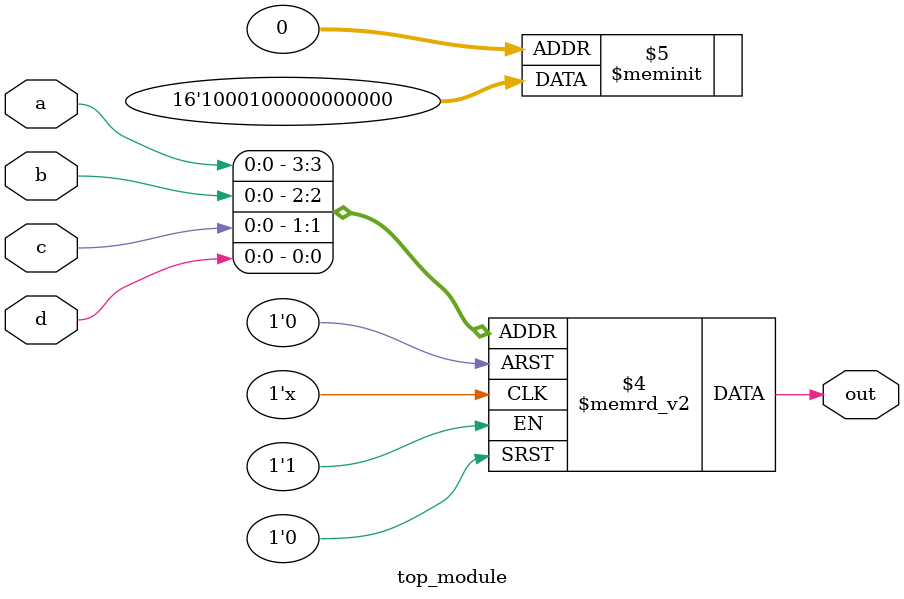
<source format=sv>
module top_module (
  input a, 
  input b,
  input c,
  input d,
  output reg out
);

  always @(*) begin
    case ({a,b,c,d})
      4'b0000: out = 1'b0;
      4'b0001: out = 1'b0;
      4'b0010: out = 1'b0;
      4'b0011: out = 1'b0;
      4'b0100: out = 1'b0;
      4'b0101: out = 1'b0;
      4'b0110: out = 1'b0;
      4'b0111: out = 1'b0;
      4'b1000: out = 1'b0;
      4'b1001: out = 1'b0;
      4'b1010: out = 1'b0;
      4'b1011: out = 1'b1;
      4'b1100: out = 1'b0;
      4'b1101: out = 1'b0;
      4'b1110: out = 1'b0;
      4'b1111: out = 1'b1;
    endcase
  end

endmodule

</source>
